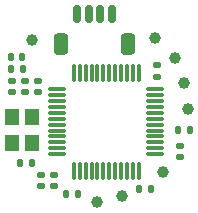
<source format=gbs>
%TF.GenerationSoftware,KiCad,Pcbnew,(6.0.7)*%
%TF.CreationDate,2022-11-15T15:07:51+01:00*%
%TF.ProjectId,tofncan,746f666e-6361-46e2-9e6b-696361645f70,rev?*%
%TF.SameCoordinates,Original*%
%TF.FileFunction,Soldermask,Bot*%
%TF.FilePolarity,Negative*%
%FSLAX46Y46*%
G04 Gerber Fmt 4.6, Leading zero omitted, Abs format (unit mm)*
G04 Created by KiCad (PCBNEW (6.0.7)) date 2022-11-15 15:07:51*
%MOMM*%
%LPD*%
G01*
G04 APERTURE LIST*
G04 Aperture macros list*
%AMRoundRect*
0 Rectangle with rounded corners*
0 $1 Rounding radius*
0 $2 $3 $4 $5 $6 $7 $8 $9 X,Y pos of 4 corners*
0 Add a 4 corners polygon primitive as box body*
4,1,4,$2,$3,$4,$5,$6,$7,$8,$9,$2,$3,0*
0 Add four circle primitives for the rounded corners*
1,1,$1+$1,$2,$3*
1,1,$1+$1,$4,$5*
1,1,$1+$1,$6,$7*
1,1,$1+$1,$8,$9*
0 Add four rect primitives between the rounded corners*
20,1,$1+$1,$2,$3,$4,$5,0*
20,1,$1+$1,$4,$5,$6,$7,0*
20,1,$1+$1,$6,$7,$8,$9,0*
20,1,$1+$1,$8,$9,$2,$3,0*%
G04 Aperture macros list end*
%ADD10C,1.000000*%
%ADD11RoundRect,0.135000X-0.135000X-0.185000X0.135000X-0.185000X0.135000X0.185000X-0.135000X0.185000X0*%
%ADD12RoundRect,0.140000X-0.170000X0.140000X-0.170000X-0.140000X0.170000X-0.140000X0.170000X0.140000X0*%
%ADD13RoundRect,0.075000X-0.662500X-0.075000X0.662500X-0.075000X0.662500X0.075000X-0.662500X0.075000X0*%
%ADD14RoundRect,0.075000X-0.075000X-0.662500X0.075000X-0.662500X0.075000X0.662500X-0.075000X0.662500X0*%
%ADD15RoundRect,0.140000X-0.140000X-0.170000X0.140000X-0.170000X0.140000X0.170000X-0.140000X0.170000X0*%
%ADD16RoundRect,0.140000X0.140000X0.170000X-0.140000X0.170000X-0.140000X-0.170000X0.140000X-0.170000X0*%
%ADD17RoundRect,0.140000X0.170000X-0.140000X0.170000X0.140000X-0.170000X0.140000X-0.170000X-0.140000X0*%
%ADD18RoundRect,0.135000X0.135000X0.185000X-0.135000X0.185000X-0.135000X-0.185000X0.135000X-0.185000X0*%
%ADD19RoundRect,0.150000X-0.150000X-0.625000X0.150000X-0.625000X0.150000X0.625000X-0.150000X0.625000X0*%
%ADD20RoundRect,0.250000X-0.350000X-0.650000X0.350000X-0.650000X0.350000X0.650000X-0.350000X0.650000X0*%
%ADD21R,1.200000X1.400000*%
G04 APERTURE END LIST*
D10*
X94700000Y-94400000D03*
X107900000Y-100200000D03*
X100200000Y-108100000D03*
D11*
X107090000Y-102000000D03*
X108110000Y-102000000D03*
D12*
X105300000Y-96520000D03*
X105300000Y-97480000D03*
D10*
X107600000Y-98000000D03*
D13*
X96837500Y-104050000D03*
X96837500Y-103550000D03*
X96837500Y-103050000D03*
X96837500Y-102550000D03*
X96837500Y-102050000D03*
X96837500Y-101550000D03*
X96837500Y-101050000D03*
X96837500Y-100550000D03*
X96837500Y-100050000D03*
X96837500Y-99550000D03*
X96837500Y-99050000D03*
X96837500Y-98550000D03*
D14*
X98250000Y-97137500D03*
X98750000Y-97137500D03*
X99250000Y-97137500D03*
X99750000Y-97137500D03*
X100250000Y-97137500D03*
X100750000Y-97137500D03*
X101250000Y-97137500D03*
X101750000Y-97137500D03*
X102250000Y-97137500D03*
X102750000Y-97137500D03*
X103250000Y-97137500D03*
X103750000Y-97137500D03*
D13*
X105162500Y-98550000D03*
X105162500Y-99050000D03*
X105162500Y-99550000D03*
X105162500Y-100050000D03*
X105162500Y-100550000D03*
X105162500Y-101050000D03*
X105162500Y-101550000D03*
X105162500Y-102050000D03*
X105162500Y-102550000D03*
X105162500Y-103050000D03*
X105162500Y-103550000D03*
X105162500Y-104050000D03*
D14*
X103750000Y-105462500D03*
X103250000Y-105462500D03*
X102750000Y-105462500D03*
X102250000Y-105462500D03*
X101750000Y-105462500D03*
X101250000Y-105462500D03*
X100750000Y-105462500D03*
X100250000Y-105462500D03*
X99750000Y-105462500D03*
X99250000Y-105462500D03*
X98750000Y-105462500D03*
X98250000Y-105462500D03*
D15*
X97620000Y-107400000D03*
X98580000Y-107400000D03*
D16*
X93880000Y-95800000D03*
X92920000Y-95800000D03*
X94680000Y-104800000D03*
X93720000Y-104800000D03*
D17*
X95200000Y-98780000D03*
X95200000Y-97820000D03*
D12*
X96600000Y-105820000D03*
X96600000Y-106780000D03*
D10*
X105100000Y-94200000D03*
D17*
X107200000Y-104280000D03*
X107200000Y-103320000D03*
X94100000Y-98780000D03*
X94100000Y-97820000D03*
D11*
X92890000Y-96800000D03*
X93910000Y-96800000D03*
D17*
X93000000Y-98780000D03*
X93000000Y-97820000D03*
D10*
X105800000Y-105600000D03*
D18*
X104810000Y-107000000D03*
X103790000Y-107000000D03*
D19*
X98500000Y-92175000D03*
X99500000Y-92175000D03*
X100500000Y-92175000D03*
X101500000Y-92175000D03*
D20*
X97200000Y-94700000D03*
X102800000Y-94700000D03*
D10*
X102300000Y-107600000D03*
D12*
X95500000Y-105820000D03*
X95500000Y-106780000D03*
D21*
X93000000Y-103100000D03*
X93000000Y-100900000D03*
X94700000Y-100900000D03*
X94700000Y-103100000D03*
D10*
X106800000Y-95900000D03*
M02*

</source>
